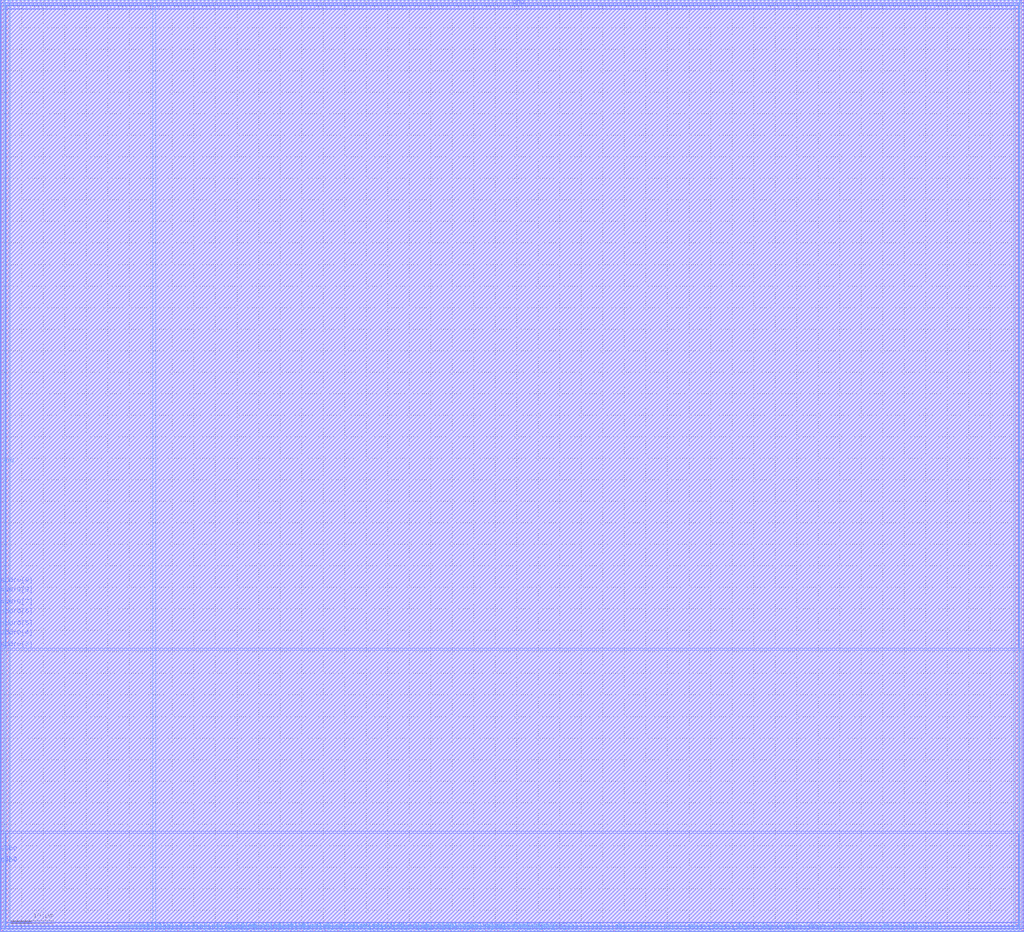
<source format=lef>
VERSION 5.4 ;
NAMESCASESENSITIVE ON ;
BUSBITCHARS "[]" ;
DIVIDERCHAR "/" ;
UNITS
  DATABASE MICRONS 2000 ;
END UNITS
MACRO sram_32b_1024_1rw_freepdk45
   CLASS BLOCK ;
   SIZE 237.8625 BY 216.5075 ;
   SYMMETRY X Y R90 ;
   PIN din0[0]
      DIRECTION INPUT ;
      PORT
         LAYER metal4 ;
         RECT  35.705 0.0 35.845 0.14 ;
      END
   END din0[0]
   PIN din0[1]
      DIRECTION INPUT ;
      PORT
         LAYER metal4 ;
         RECT  38.565 0.0 38.705 0.14 ;
      END
   END din0[1]
   PIN din0[2]
      DIRECTION INPUT ;
      PORT
         LAYER metal4 ;
         RECT  41.425 0.0 41.565 0.14 ;
      END
   END din0[2]
   PIN din0[3]
      DIRECTION INPUT ;
      PORT
         LAYER metal4 ;
         RECT  44.285 0.0 44.425 0.14 ;
      END
   END din0[3]
   PIN din0[4]
      DIRECTION INPUT ;
      PORT
         LAYER metal4 ;
         RECT  47.145 0.0 47.285 0.14 ;
      END
   END din0[4]
   PIN din0[5]
      DIRECTION INPUT ;
      PORT
         LAYER metal4 ;
         RECT  50.005 0.0 50.145 0.14 ;
      END
   END din0[5]
   PIN din0[6]
      DIRECTION INPUT ;
      PORT
         LAYER metal4 ;
         RECT  52.865 0.0 53.005 0.14 ;
      END
   END din0[6]
   PIN din0[7]
      DIRECTION INPUT ;
      PORT
         LAYER metal4 ;
         RECT  55.725 0.0 55.865 0.14 ;
      END
   END din0[7]
   PIN din0[8]
      DIRECTION INPUT ;
      PORT
         LAYER metal4 ;
         RECT  58.585 0.0 58.725 0.14 ;
      END
   END din0[8]
   PIN din0[9]
      DIRECTION INPUT ;
      PORT
         LAYER metal4 ;
         RECT  61.445 0.0 61.585 0.14 ;
      END
   END din0[9]
   PIN din0[10]
      DIRECTION INPUT ;
      PORT
         LAYER metal4 ;
         RECT  64.305 0.0 64.445 0.14 ;
      END
   END din0[10]
   PIN din0[11]
      DIRECTION INPUT ;
      PORT
         LAYER metal4 ;
         RECT  67.165 0.0 67.305 0.14 ;
      END
   END din0[11]
   PIN din0[12]
      DIRECTION INPUT ;
      PORT
         LAYER metal4 ;
         RECT  70.025 0.0 70.165 0.14 ;
      END
   END din0[12]
   PIN din0[13]
      DIRECTION INPUT ;
      PORT
         LAYER metal4 ;
         RECT  72.885 0.0 73.025 0.14 ;
      END
   END din0[13]
   PIN din0[14]
      DIRECTION INPUT ;
      PORT
         LAYER metal4 ;
         RECT  75.745 0.0 75.885 0.14 ;
      END
   END din0[14]
   PIN din0[15]
      DIRECTION INPUT ;
      PORT
         LAYER metal4 ;
         RECT  78.605 0.0 78.745 0.14 ;
      END
   END din0[15]
   PIN din0[16]
      DIRECTION INPUT ;
      PORT
         LAYER metal4 ;
         RECT  81.465 0.0 81.605 0.14 ;
      END
   END din0[16]
   PIN din0[17]
      DIRECTION INPUT ;
      PORT
         LAYER metal4 ;
         RECT  84.325 0.0 84.465 0.14 ;
      END
   END din0[17]
   PIN din0[18]
      DIRECTION INPUT ;
      PORT
         LAYER metal4 ;
         RECT  87.185 0.0 87.325 0.14 ;
      END
   END din0[18]
   PIN din0[19]
      DIRECTION INPUT ;
      PORT
         LAYER metal4 ;
         RECT  90.045 0.0 90.185 0.14 ;
      END
   END din0[19]
   PIN din0[20]
      DIRECTION INPUT ;
      PORT
         LAYER metal4 ;
         RECT  92.905 0.0 93.045 0.14 ;
      END
   END din0[20]
   PIN din0[21]
      DIRECTION INPUT ;
      PORT
         LAYER metal4 ;
         RECT  95.765 0.0 95.905 0.14 ;
      END
   END din0[21]
   PIN din0[22]
      DIRECTION INPUT ;
      PORT
         LAYER metal4 ;
         RECT  98.625 0.0 98.765 0.14 ;
      END
   END din0[22]
   PIN din0[23]
      DIRECTION INPUT ;
      PORT
         LAYER metal4 ;
         RECT  101.485 0.0 101.625 0.14 ;
      END
   END din0[23]
   PIN din0[24]
      DIRECTION INPUT ;
      PORT
         LAYER metal4 ;
         RECT  104.345 0.0 104.485 0.14 ;
      END
   END din0[24]
   PIN din0[25]
      DIRECTION INPUT ;
      PORT
         LAYER metal4 ;
         RECT  107.205 0.0 107.345 0.14 ;
      END
   END din0[25]
   PIN din0[26]
      DIRECTION INPUT ;
      PORT
         LAYER metal4 ;
         RECT  110.065 0.0 110.205 0.14 ;
      END
   END din0[26]
   PIN din0[27]
      DIRECTION INPUT ;
      PORT
         LAYER metal4 ;
         RECT  112.925 0.0 113.065 0.14 ;
      END
   END din0[27]
   PIN din0[28]
      DIRECTION INPUT ;
      PORT
         LAYER metal4 ;
         RECT  115.785 0.0 115.925 0.14 ;
      END
   END din0[28]
   PIN din0[29]
      DIRECTION INPUT ;
      PORT
         LAYER metal4 ;
         RECT  118.645 0.0 118.785 0.14 ;
      END
   END din0[29]
   PIN din0[30]
      DIRECTION INPUT ;
      PORT
         LAYER metal4 ;
         RECT  121.505 0.0 121.645 0.14 ;
      END
   END din0[30]
   PIN din0[31]
      DIRECTION INPUT ;
      PORT
         LAYER metal4 ;
         RECT  124.365 0.0 124.505 0.14 ;
      END
   END din0[31]
   PIN addr0[0]
      DIRECTION INPUT ;
      PORT
         LAYER metal4 ;
         RECT  27.125 0.0 27.265 0.14 ;
      END
   END addr0[0]
   PIN addr0[1]
      DIRECTION INPUT ;
      PORT
         LAYER metal4 ;
         RECT  29.985 0.0 30.125 0.14 ;
      END
   END addr0[1]
   PIN addr0[2]
      DIRECTION INPUT ;
      PORT
         LAYER metal4 ;
         RECT  32.845 0.0 32.985 0.14 ;
      END
   END addr0[2]
   PIN addr0[3]
      DIRECTION INPUT ;
      PORT
         LAYER metal3 ;
         RECT  0.0 65.55 0.14 65.69 ;
      END
   END addr0[3]
   PIN addr0[4]
      DIRECTION INPUT ;
      PORT
         LAYER metal3 ;
         RECT  0.0 68.28 0.14 68.42 ;
      END
   END addr0[4]
   PIN addr0[5]
      DIRECTION INPUT ;
      PORT
         LAYER metal3 ;
         RECT  0.0 70.49 0.14 70.63 ;
      END
   END addr0[5]
   PIN addr0[6]
      DIRECTION INPUT ;
      PORT
         LAYER metal3 ;
         RECT  0.0 73.22 0.14 73.36 ;
      END
   END addr0[6]
   PIN addr0[7]
      DIRECTION INPUT ;
      PORT
         LAYER metal3 ;
         RECT  0.0 75.43 0.14 75.57 ;
      END
   END addr0[7]
   PIN addr0[8]
      DIRECTION INPUT ;
      PORT
         LAYER metal3 ;
         RECT  0.0 78.16 0.14 78.3 ;
      END
   END addr0[8]
   PIN addr0[9]
      DIRECTION INPUT ;
      PORT
         LAYER metal3 ;
         RECT  0.0 80.37 0.14 80.51 ;
      END
   END addr0[9]
   PIN csb0
      DIRECTION INPUT ;
      PORT
         LAYER metal3 ;
         RECT  0.0 15.37 0.14 15.51 ;
      END
   END csb0
   PIN web0
      DIRECTION INPUT ;
      PORT
         LAYER metal3 ;
         RECT  0.0 18.1 0.14 18.24 ;
      END
   END web0
   PIN clk0
      DIRECTION INPUT ;
      PORT
         LAYER metal3 ;
         RECT  0.0 15.605 0.14 15.745 ;
      END
   END clk0
   PIN dout0[0]
      DIRECTION OUTPUT ;
      PORT
         LAYER metal4 ;
         RECT  52.1075 0.0 52.2475 0.14 ;
      END
   END dout0[0]
   PIN dout0[1]
      DIRECTION OUTPUT ;
      PORT
         LAYER metal4 ;
         RECT  57.8275 0.0 57.9675 0.14 ;
      END
   END dout0[1]
   PIN dout0[2]
      DIRECTION OUTPUT ;
      PORT
         LAYER metal4 ;
         RECT  63.47 0.0 63.61 0.14 ;
      END
   END dout0[2]
   PIN dout0[3]
      DIRECTION OUTPUT ;
      PORT
         LAYER metal4 ;
         RECT  69.2675 0.0 69.4075 0.14 ;
      END
   END dout0[3]
   PIN dout0[4]
      DIRECTION OUTPUT ;
      PORT
         LAYER metal4 ;
         RECT  74.985 0.0 75.125 0.14 ;
      END
   END dout0[4]
   PIN dout0[5]
      DIRECTION OUTPUT ;
      PORT
         LAYER metal4 ;
         RECT  80.625 0.0 80.765 0.14 ;
      END
   END dout0[5]
   PIN dout0[6]
      DIRECTION OUTPUT ;
      PORT
         LAYER metal4 ;
         RECT  86.265 0.0 86.405 0.14 ;
      END
   END dout0[6]
   PIN dout0[7]
      DIRECTION OUTPUT ;
      PORT
         LAYER metal4 ;
         RECT  91.905 0.0 92.045 0.14 ;
      END
   END dout0[7]
   PIN dout0[8]
      DIRECTION OUTPUT ;
      PORT
         LAYER metal4 ;
         RECT  97.545 0.0 97.685 0.14 ;
      END
   END dout0[8]
   PIN dout0[9]
      DIRECTION OUTPUT ;
      PORT
         LAYER metal4 ;
         RECT  103.185 0.0 103.325 0.14 ;
      END
   END dout0[9]
   PIN dout0[10]
      DIRECTION OUTPUT ;
      PORT
         LAYER metal4 ;
         RECT  108.825 0.0 108.965 0.14 ;
      END
   END dout0[10]
   PIN dout0[11]
      DIRECTION OUTPUT ;
      PORT
         LAYER metal4 ;
         RECT  114.465 0.0 114.605 0.14 ;
      END
   END dout0[11]
   PIN dout0[12]
      DIRECTION OUTPUT ;
      PORT
         LAYER metal4 ;
         RECT  120.105 0.0 120.245 0.14 ;
      END
   END dout0[12]
   PIN dout0[13]
      DIRECTION OUTPUT ;
      PORT
         LAYER metal4 ;
         RECT  125.745 0.0 125.885 0.14 ;
      END
   END dout0[13]
   PIN dout0[14]
      DIRECTION OUTPUT ;
      PORT
         LAYER metal4 ;
         RECT  131.385 0.0 131.525 0.14 ;
      END
   END dout0[14]
   PIN dout0[15]
      DIRECTION OUTPUT ;
      PORT
         LAYER metal4 ;
         RECT  137.025 0.0 137.165 0.14 ;
      END
   END dout0[15]
   PIN dout0[16]
      DIRECTION OUTPUT ;
      PORT
         LAYER metal4 ;
         RECT  142.665 0.0 142.805 0.14 ;
      END
   END dout0[16]
   PIN dout0[17]
      DIRECTION OUTPUT ;
      PORT
         LAYER metal4 ;
         RECT  148.305 0.0 148.445 0.14 ;
      END
   END dout0[17]
   PIN dout0[18]
      DIRECTION OUTPUT ;
      PORT
         LAYER metal4 ;
         RECT  153.945 0.0 154.085 0.14 ;
      END
   END dout0[18]
   PIN dout0[19]
      DIRECTION OUTPUT ;
      PORT
         LAYER metal4 ;
         RECT  159.585 0.0 159.725 0.14 ;
      END
   END dout0[19]
   PIN dout0[20]
      DIRECTION OUTPUT ;
      PORT
         LAYER metal4 ;
         RECT  165.225 0.0 165.365 0.14 ;
      END
   END dout0[20]
   PIN dout0[21]
      DIRECTION OUTPUT ;
      PORT
         LAYER metal4 ;
         RECT  170.865 0.0 171.005 0.14 ;
      END
   END dout0[21]
   PIN dout0[22]
      DIRECTION OUTPUT ;
      PORT
         LAYER metal4 ;
         RECT  176.505 0.0 176.645 0.14 ;
      END
   END dout0[22]
   PIN dout0[23]
      DIRECTION OUTPUT ;
      PORT
         LAYER metal4 ;
         RECT  182.145 0.0 182.285 0.14 ;
      END
   END dout0[23]
   PIN dout0[24]
      DIRECTION OUTPUT ;
      PORT
         LAYER metal4 ;
         RECT  187.785 0.0 187.925 0.14 ;
      END
   END dout0[24]
   PIN dout0[25]
      DIRECTION OUTPUT ;
      PORT
         LAYER metal4 ;
         RECT  193.425 0.0 193.565 0.14 ;
      END
   END dout0[25]
   PIN dout0[26]
      DIRECTION OUTPUT ;
      PORT
         LAYER metal4 ;
         RECT  199.065 0.0 199.205 0.14 ;
      END
   END dout0[26]
   PIN dout0[27]
      DIRECTION OUTPUT ;
      PORT
         LAYER metal4 ;
         RECT  204.705 0.0 204.845 0.14 ;
      END
   END dout0[27]
   PIN dout0[28]
      DIRECTION OUTPUT ;
      PORT
         LAYER metal4 ;
         RECT  210.345 0.0 210.485 0.14 ;
      END
   END dout0[28]
   PIN dout0[29]
      DIRECTION OUTPUT ;
      PORT
         LAYER metal3 ;
         RECT  237.7225 23.0125 237.8625 23.1525 ;
      END
   END dout0[29]
   PIN dout0[30]
      DIRECTION OUTPUT ;
      PORT
         LAYER metal3 ;
         RECT  237.7225 22.5425 237.8625 22.6825 ;
      END
   END dout0[30]
   PIN dout0[31]
      DIRECTION OUTPUT ;
      PORT
         LAYER metal3 ;
         RECT  237.7225 22.7775 237.8625 22.9175 ;
      END
   END dout0[31]
   PIN vdd
      DIRECTION INOUT ;
      USE POWER ; 
      SHAPE ABUTMENT ; 
      PORT
         LAYER metal4 ;
         RECT  237.1625 0.0 237.8625 216.5075 ;
         LAYER metal3 ;
         RECT  0.0 0.0 237.8625 0.7 ;
         LAYER metal3 ;
         RECT  0.0 215.8075 237.8625 216.5075 ;
         LAYER metal4 ;
         RECT  0.0 0.0 0.7 216.5075 ;
      END
   END vdd
   PIN gnd
      DIRECTION INOUT ;
      USE GROUND ; 
      SHAPE ABUTMENT ; 
      PORT
         LAYER metal4 ;
         RECT  1.4 1.4 2.1 215.1075 ;
         LAYER metal3 ;
         RECT  1.4 1.4 236.4625 2.1 ;
         LAYER metal3 ;
         RECT  1.4 214.4075 236.4625 215.1075 ;
         LAYER metal4 ;
         RECT  235.7625 1.4 236.4625 215.1075 ;
      END
   END gnd
   OBS
   LAYER  metal1 ;
      RECT  0.14 0.14 237.7225 216.3675 ;
   LAYER  metal2 ;
      RECT  0.14 0.14 237.7225 216.3675 ;
   LAYER  metal3 ;
      RECT  0.28 65.41 237.7225 65.83 ;
      RECT  0.14 65.83 0.28 68.14 ;
      RECT  0.14 68.56 0.28 70.35 ;
      RECT  0.14 70.77 0.28 73.08 ;
      RECT  0.14 73.5 0.28 75.29 ;
      RECT  0.14 75.71 0.28 78.02 ;
      RECT  0.14 78.44 0.28 80.23 ;
      RECT  0.14 18.38 0.28 65.41 ;
      RECT  0.14 15.885 0.28 17.96 ;
      RECT  0.28 22.8725 237.5825 23.2925 ;
      RECT  0.28 23.2925 237.5825 65.41 ;
      RECT  237.5825 23.2925 237.7225 65.41 ;
      RECT  0.14 0.84 0.28 15.23 ;
      RECT  237.5825 0.84 237.7225 22.4025 ;
      RECT  0.14 80.65 0.28 215.6675 ;
      RECT  0.28 0.84 1.26 1.26 ;
      RECT  0.28 1.26 1.26 2.24 ;
      RECT  0.28 2.24 1.26 22.8725 ;
      RECT  1.26 0.84 236.6025 1.26 ;
      RECT  1.26 2.24 236.6025 22.8725 ;
      RECT  236.6025 0.84 237.5825 1.26 ;
      RECT  236.6025 1.26 237.5825 2.24 ;
      RECT  236.6025 2.24 237.5825 22.8725 ;
      RECT  0.28 65.83 1.26 214.2675 ;
      RECT  0.28 214.2675 1.26 215.2475 ;
      RECT  0.28 215.2475 1.26 215.6675 ;
      RECT  1.26 65.83 236.6025 214.2675 ;
      RECT  1.26 215.2475 236.6025 215.6675 ;
      RECT  236.6025 65.83 237.7225 214.2675 ;
      RECT  236.6025 214.2675 237.7225 215.2475 ;
      RECT  236.6025 215.2475 237.7225 215.6675 ;
   LAYER  metal4 ;
      RECT  35.425 0.42 36.125 216.3675 ;
      RECT  36.125 0.14 38.285 0.42 ;
      RECT  38.985 0.14 41.145 0.42 ;
      RECT  41.845 0.14 44.005 0.42 ;
      RECT  44.705 0.14 46.865 0.42 ;
      RECT  47.565 0.14 49.725 0.42 ;
      RECT  53.285 0.14 55.445 0.42 ;
      RECT  59.005 0.14 61.165 0.42 ;
      RECT  64.725 0.14 66.885 0.42 ;
      RECT  70.445 0.14 72.605 0.42 ;
      RECT  76.165 0.14 78.325 0.42 ;
      RECT  81.885 0.14 84.045 0.42 ;
      RECT  87.605 0.14 89.765 0.42 ;
      RECT  93.325 0.14 95.485 0.42 ;
      RECT  99.045 0.14 101.205 0.42 ;
      RECT  104.765 0.14 106.925 0.42 ;
      RECT  110.485 0.14 112.645 0.42 ;
      RECT  116.205 0.14 118.365 0.42 ;
      RECT  121.925 0.14 124.085 0.42 ;
      RECT  27.545 0.14 29.705 0.42 ;
      RECT  30.405 0.14 32.565 0.42 ;
      RECT  33.265 0.14 35.425 0.42 ;
      RECT  50.425 0.14 51.8275 0.42 ;
      RECT  52.5275 0.14 52.585 0.42 ;
      RECT  56.145 0.14 57.5475 0.42 ;
      RECT  58.2475 0.14 58.305 0.42 ;
      RECT  61.865 0.14 63.19 0.42 ;
      RECT  63.89 0.14 64.025 0.42 ;
      RECT  67.585 0.14 68.9875 0.42 ;
      RECT  69.6875 0.14 69.745 0.42 ;
      RECT  73.305 0.14 74.705 0.42 ;
      RECT  75.405 0.14 75.465 0.42 ;
      RECT  79.025 0.14 80.345 0.42 ;
      RECT  81.045 0.14 81.185 0.42 ;
      RECT  84.745 0.14 85.985 0.42 ;
      RECT  86.685 0.14 86.905 0.42 ;
      RECT  90.465 0.14 91.625 0.42 ;
      RECT  92.325 0.14 92.625 0.42 ;
      RECT  96.185 0.14 97.265 0.42 ;
      RECT  97.965 0.14 98.345 0.42 ;
      RECT  101.905 0.14 102.905 0.42 ;
      RECT  103.605 0.14 104.065 0.42 ;
      RECT  107.625 0.14 108.545 0.42 ;
      RECT  109.245 0.14 109.785 0.42 ;
      RECT  113.345 0.14 114.185 0.42 ;
      RECT  114.885 0.14 115.505 0.42 ;
      RECT  119.065 0.14 119.825 0.42 ;
      RECT  120.525 0.14 121.225 0.42 ;
      RECT  124.785 0.14 125.465 0.42 ;
      RECT  126.165 0.14 131.105 0.42 ;
      RECT  131.805 0.14 136.745 0.42 ;
      RECT  137.445 0.14 142.385 0.42 ;
      RECT  143.085 0.14 148.025 0.42 ;
      RECT  148.725 0.14 153.665 0.42 ;
      RECT  154.365 0.14 159.305 0.42 ;
      RECT  160.005 0.14 164.945 0.42 ;
      RECT  165.645 0.14 170.585 0.42 ;
      RECT  171.285 0.14 176.225 0.42 ;
      RECT  176.925 0.14 181.865 0.42 ;
      RECT  182.565 0.14 187.505 0.42 ;
      RECT  188.205 0.14 193.145 0.42 ;
      RECT  193.845 0.14 198.785 0.42 ;
      RECT  199.485 0.14 204.425 0.42 ;
      RECT  205.125 0.14 210.065 0.42 ;
      RECT  210.765 0.14 236.8825 0.42 ;
      RECT  0.98 0.14 26.845 0.42 ;
      RECT  0.98 0.42 1.12 1.12 ;
      RECT  0.98 1.12 1.12 215.3875 ;
      RECT  0.98 215.3875 1.12 216.3675 ;
      RECT  1.12 0.42 2.38 1.12 ;
      RECT  1.12 215.3875 2.38 216.3675 ;
      RECT  2.38 0.42 35.425 1.12 ;
      RECT  2.38 1.12 35.425 215.3875 ;
      RECT  2.38 215.3875 35.425 216.3675 ;
      RECT  36.125 0.42 235.4825 1.12 ;
      RECT  36.125 1.12 235.4825 215.3875 ;
      RECT  36.125 215.3875 235.4825 216.3675 ;
      RECT  235.4825 0.42 236.7425 1.12 ;
      RECT  235.4825 215.3875 236.7425 216.3675 ;
      RECT  236.7425 0.42 236.8825 1.12 ;
      RECT  236.7425 1.12 236.8825 215.3875 ;
      RECT  236.7425 215.3875 236.8825 216.3675 ;
   END
END    sram_32b_1024_1rw_freepdk45
END    LIBRARY

</source>
